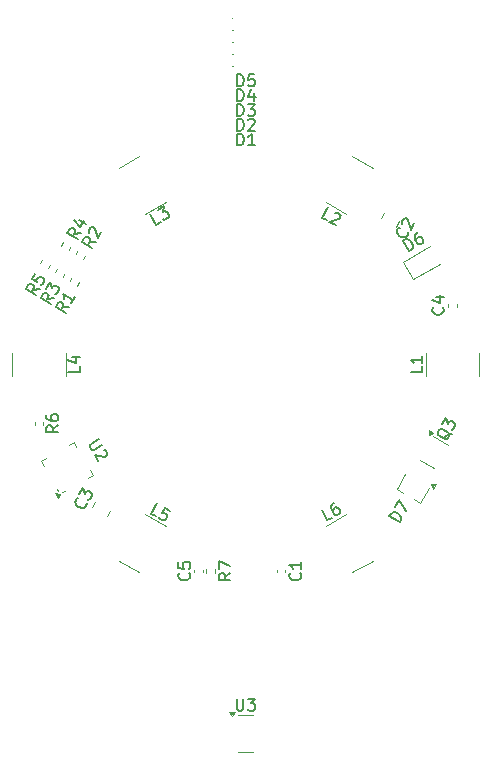
<source format=gbr>
%TF.GenerationSoftware,KiCad,Pcbnew,7.0.10-7.0.10~ubuntu20.04.1*%
%TF.CreationDate,2024-07-01T02:38:11+03:00*%
%TF.ProjectId,Tacho,54616368-6f2e-46b6-9963-61645f706362,rev?*%
%TF.SameCoordinates,Original*%
%TF.FileFunction,Legend,Top*%
%TF.FilePolarity,Positive*%
%FSLAX46Y46*%
G04 Gerber Fmt 4.6, Leading zero omitted, Abs format (unit mm)*
G04 Created by KiCad (PCBNEW 7.0.10-7.0.10~ubuntu20.04.1) date 2024-07-01 02:38:11*
%MOMM*%
%LPD*%
G01*
G04 APERTURE LIST*
%ADD10C,0.150000*%
%ADD11C,0.100000*%
%ADD12C,0.120000*%
G04 APERTURE END LIST*
D10*
X99261905Y-78954819D02*
X99261905Y-77954819D01*
X99261905Y-77954819D02*
X99500000Y-77954819D01*
X99500000Y-77954819D02*
X99642857Y-78002438D01*
X99642857Y-78002438D02*
X99738095Y-78097676D01*
X99738095Y-78097676D02*
X99785714Y-78192914D01*
X99785714Y-78192914D02*
X99833333Y-78383390D01*
X99833333Y-78383390D02*
X99833333Y-78526247D01*
X99833333Y-78526247D02*
X99785714Y-78716723D01*
X99785714Y-78716723D02*
X99738095Y-78811961D01*
X99738095Y-78811961D02*
X99642857Y-78907200D01*
X99642857Y-78907200D02*
X99500000Y-78954819D01*
X99500000Y-78954819D02*
X99261905Y-78954819D01*
X100166667Y-77954819D02*
X100785714Y-77954819D01*
X100785714Y-77954819D02*
X100452381Y-78335771D01*
X100452381Y-78335771D02*
X100595238Y-78335771D01*
X100595238Y-78335771D02*
X100690476Y-78383390D01*
X100690476Y-78383390D02*
X100738095Y-78431009D01*
X100738095Y-78431009D02*
X100785714Y-78526247D01*
X100785714Y-78526247D02*
X100785714Y-78764342D01*
X100785714Y-78764342D02*
X100738095Y-78859580D01*
X100738095Y-78859580D02*
X100690476Y-78907200D01*
X100690476Y-78907200D02*
X100595238Y-78954819D01*
X100595238Y-78954819D02*
X100309524Y-78954819D01*
X100309524Y-78954819D02*
X100214286Y-78907200D01*
X100214286Y-78907200D02*
X100166667Y-78859580D01*
X113818645Y-90410785D02*
X113318645Y-89544759D01*
X113318645Y-89544759D02*
X113524842Y-89425712D01*
X113524842Y-89425712D02*
X113672369Y-89395522D01*
X113672369Y-89395522D02*
X113802467Y-89430382D01*
X113802467Y-89430382D02*
X113891325Y-89489051D01*
X113891325Y-89489051D02*
X114027803Y-89630199D01*
X114027803Y-89630199D02*
X114099231Y-89753917D01*
X114099231Y-89753917D02*
X114153230Y-89942683D01*
X114153230Y-89942683D02*
X114159610Y-90048972D01*
X114159610Y-90048972D02*
X114124750Y-90179069D01*
X114124750Y-90179069D02*
X114024842Y-90291737D01*
X114024842Y-90291737D02*
X113818645Y-90410785D01*
X114555824Y-88830474D02*
X114390867Y-88925712D01*
X114390867Y-88925712D02*
X114332198Y-89014570D01*
X114332198Y-89014570D02*
X114314768Y-89079619D01*
X114314768Y-89079619D02*
X114303718Y-89250956D01*
X114303718Y-89250956D02*
X114357717Y-89439723D01*
X114357717Y-89439723D02*
X114548193Y-89769637D01*
X114548193Y-89769637D02*
X114637052Y-89828306D01*
X114637052Y-89828306D02*
X114702100Y-89845736D01*
X114702100Y-89845736D02*
X114808389Y-89839356D01*
X114808389Y-89839356D02*
X114973346Y-89744118D01*
X114973346Y-89744118D02*
X115032015Y-89655260D01*
X115032015Y-89655260D02*
X115049445Y-89590211D01*
X115049445Y-89590211D02*
X115043065Y-89483923D01*
X115043065Y-89483923D02*
X114924017Y-89277726D01*
X114924017Y-89277726D02*
X114835159Y-89219057D01*
X114835159Y-89219057D02*
X114770110Y-89201627D01*
X114770110Y-89201627D02*
X114663822Y-89208007D01*
X114663822Y-89208007D02*
X114498865Y-89303245D01*
X114498865Y-89303245D02*
X114440196Y-89392104D01*
X114440196Y-89392104D02*
X114422766Y-89457152D01*
X114422766Y-89457152D02*
X114429146Y-89563441D01*
X99261905Y-76454819D02*
X99261905Y-75454819D01*
X99261905Y-75454819D02*
X99500000Y-75454819D01*
X99500000Y-75454819D02*
X99642857Y-75502438D01*
X99642857Y-75502438D02*
X99738095Y-75597676D01*
X99738095Y-75597676D02*
X99785714Y-75692914D01*
X99785714Y-75692914D02*
X99833333Y-75883390D01*
X99833333Y-75883390D02*
X99833333Y-76026247D01*
X99833333Y-76026247D02*
X99785714Y-76216723D01*
X99785714Y-76216723D02*
X99738095Y-76311961D01*
X99738095Y-76311961D02*
X99642857Y-76407200D01*
X99642857Y-76407200D02*
X99500000Y-76454819D01*
X99500000Y-76454819D02*
X99261905Y-76454819D01*
X100738095Y-75454819D02*
X100261905Y-75454819D01*
X100261905Y-75454819D02*
X100214286Y-75931009D01*
X100214286Y-75931009D02*
X100261905Y-75883390D01*
X100261905Y-75883390D02*
X100357143Y-75835771D01*
X100357143Y-75835771D02*
X100595238Y-75835771D01*
X100595238Y-75835771D02*
X100690476Y-75883390D01*
X100690476Y-75883390D02*
X100738095Y-75931009D01*
X100738095Y-75931009D02*
X100785714Y-76026247D01*
X100785714Y-76026247D02*
X100785714Y-76264342D01*
X100785714Y-76264342D02*
X100738095Y-76359580D01*
X100738095Y-76359580D02*
X100690476Y-76407200D01*
X100690476Y-76407200D02*
X100595238Y-76454819D01*
X100595238Y-76454819D02*
X100357143Y-76454819D01*
X100357143Y-76454819D02*
X100261905Y-76407200D01*
X100261905Y-76407200D02*
X100214286Y-76359580D01*
X99261905Y-77704819D02*
X99261905Y-76704819D01*
X99261905Y-76704819D02*
X99500000Y-76704819D01*
X99500000Y-76704819D02*
X99642857Y-76752438D01*
X99642857Y-76752438D02*
X99738095Y-76847676D01*
X99738095Y-76847676D02*
X99785714Y-76942914D01*
X99785714Y-76942914D02*
X99833333Y-77133390D01*
X99833333Y-77133390D02*
X99833333Y-77276247D01*
X99833333Y-77276247D02*
X99785714Y-77466723D01*
X99785714Y-77466723D02*
X99738095Y-77561961D01*
X99738095Y-77561961D02*
X99642857Y-77657200D01*
X99642857Y-77657200D02*
X99500000Y-77704819D01*
X99500000Y-77704819D02*
X99261905Y-77704819D01*
X100690476Y-77038152D02*
X100690476Y-77704819D01*
X100452381Y-76657200D02*
X100214286Y-77371485D01*
X100214286Y-77371485D02*
X100833333Y-77371485D01*
X113728073Y-88824127D02*
X113745502Y-88889176D01*
X113745502Y-88889176D02*
X113715313Y-89036703D01*
X113715313Y-89036703D02*
X113667694Y-89119182D01*
X113667694Y-89119182D02*
X113555026Y-89219090D01*
X113555026Y-89219090D02*
X113424929Y-89253950D01*
X113424929Y-89253950D02*
X113318640Y-89247570D01*
X113318640Y-89247570D02*
X113129874Y-89193571D01*
X113129874Y-89193571D02*
X113006156Y-89122143D01*
X113006156Y-89122143D02*
X112865008Y-88985665D01*
X112865008Y-88985665D02*
X112806339Y-88896807D01*
X112806339Y-88896807D02*
X112771479Y-88766709D01*
X112771479Y-88766709D02*
X112801669Y-88619182D01*
X112801669Y-88619182D02*
X112849288Y-88536703D01*
X112849288Y-88536703D02*
X112961956Y-88436795D01*
X112961956Y-88436795D02*
X113027004Y-88419365D01*
X113217481Y-88089451D02*
X113200051Y-88024402D01*
X113200051Y-88024402D02*
X113206431Y-87918114D01*
X113206431Y-87918114D02*
X113325478Y-87711917D01*
X113325478Y-87711917D02*
X113414337Y-87653248D01*
X113414337Y-87653248D02*
X113479385Y-87635818D01*
X113479385Y-87635818D02*
X113585674Y-87642198D01*
X113585674Y-87642198D02*
X113668152Y-87689817D01*
X113668152Y-87689817D02*
X113768061Y-87802485D01*
X113768061Y-87802485D02*
X113977218Y-88583071D01*
X113977218Y-88583071D02*
X114286742Y-88046960D01*
X86060551Y-88871746D02*
X85481492Y-88922326D01*
X85774837Y-89366618D02*
X84908812Y-88866618D01*
X84908812Y-88866618D02*
X85099288Y-88536703D01*
X85099288Y-88536703D02*
X85188146Y-88478034D01*
X85188146Y-88478034D02*
X85253195Y-88460605D01*
X85253195Y-88460605D02*
X85359483Y-88466984D01*
X85359483Y-88466984D02*
X85483201Y-88538413D01*
X85483201Y-88538413D02*
X85541870Y-88627271D01*
X85541870Y-88627271D02*
X85559300Y-88692320D01*
X85559300Y-88692320D02*
X85552920Y-88798608D01*
X85552920Y-88798608D02*
X85362444Y-89128523D01*
X85911772Y-87796105D02*
X86489123Y-88129439D01*
X85462810Y-87811826D02*
X85962352Y-88375165D01*
X85962352Y-88375165D02*
X86271876Y-87839054D01*
X87591188Y-106317580D02*
X86890119Y-106722342D01*
X86890119Y-106722342D02*
X86831450Y-106811200D01*
X86831450Y-106811200D02*
X86814021Y-106876249D01*
X86814021Y-106876249D02*
X86820400Y-106982537D01*
X86820400Y-106982537D02*
X86915638Y-107147495D01*
X86915638Y-107147495D02*
X87004497Y-107206164D01*
X87004497Y-107206164D02*
X87069546Y-107223593D01*
X87069546Y-107223593D02*
X87175834Y-107217214D01*
X87175834Y-107217214D02*
X87876902Y-106812452D01*
X88008709Y-107231225D02*
X88073758Y-107248654D01*
X88073758Y-107248654D02*
X88162616Y-107307323D01*
X88162616Y-107307323D02*
X88281664Y-107513520D01*
X88281664Y-107513520D02*
X88288044Y-107619808D01*
X88288044Y-107619808D02*
X88270614Y-107684857D01*
X88270614Y-107684857D02*
X88211945Y-107773715D01*
X88211945Y-107773715D02*
X88129466Y-107821334D01*
X88129466Y-107821334D02*
X87981939Y-107851524D01*
X87981939Y-107851524D02*
X87201353Y-107642366D01*
X87201353Y-107642366D02*
X87510877Y-108178477D01*
X98704819Y-117666666D02*
X98228628Y-117999999D01*
X98704819Y-118238094D02*
X97704819Y-118238094D01*
X97704819Y-118238094D02*
X97704819Y-117857142D01*
X97704819Y-117857142D02*
X97752438Y-117761904D01*
X97752438Y-117761904D02*
X97800057Y-117714285D01*
X97800057Y-117714285D02*
X97895295Y-117666666D01*
X97895295Y-117666666D02*
X98038152Y-117666666D01*
X98038152Y-117666666D02*
X98133390Y-117714285D01*
X98133390Y-117714285D02*
X98181009Y-117761904D01*
X98181009Y-117761904D02*
X98228628Y-117857142D01*
X98228628Y-117857142D02*
X98228628Y-118238094D01*
X97704819Y-117333332D02*
X97704819Y-116666666D01*
X97704819Y-116666666D02*
X98704819Y-117095237D01*
X85954819Y-100166666D02*
X85954819Y-100642856D01*
X85954819Y-100642856D02*
X84954819Y-100642856D01*
X85288152Y-99404761D02*
X85954819Y-99404761D01*
X84907200Y-99642856D02*
X85621485Y-99880951D01*
X85621485Y-99880951D02*
X85621485Y-99261904D01*
X114954819Y-100166666D02*
X114954819Y-100642856D01*
X114954819Y-100642856D02*
X113954819Y-100642856D01*
X114954819Y-99309523D02*
X114954819Y-99880951D01*
X114954819Y-99595237D02*
X113954819Y-99595237D01*
X113954819Y-99595237D02*
X114097676Y-99690475D01*
X114097676Y-99690475D02*
X114192914Y-99785713D01*
X114192914Y-99785713D02*
X114240533Y-99880951D01*
X106878253Y-87810551D02*
X106465860Y-87572456D01*
X106465860Y-87572456D02*
X106965860Y-86706431D01*
X107578070Y-87169862D02*
X107643119Y-87152432D01*
X107643119Y-87152432D02*
X107749407Y-87158812D01*
X107749407Y-87158812D02*
X107955603Y-87277859D01*
X107955603Y-87277859D02*
X108014272Y-87366718D01*
X108014272Y-87366718D02*
X108031702Y-87431766D01*
X108031702Y-87431766D02*
X108025322Y-87538055D01*
X108025322Y-87538055D02*
X107977703Y-87620533D01*
X107977703Y-87620533D02*
X107865035Y-87720442D01*
X107865035Y-87720442D02*
X107084449Y-87929599D01*
X107084449Y-87929599D02*
X107620560Y-88239123D01*
X104609580Y-117666666D02*
X104657200Y-117714285D01*
X104657200Y-117714285D02*
X104704819Y-117857142D01*
X104704819Y-117857142D02*
X104704819Y-117952380D01*
X104704819Y-117952380D02*
X104657200Y-118095237D01*
X104657200Y-118095237D02*
X104561961Y-118190475D01*
X104561961Y-118190475D02*
X104466723Y-118238094D01*
X104466723Y-118238094D02*
X104276247Y-118285713D01*
X104276247Y-118285713D02*
X104133390Y-118285713D01*
X104133390Y-118285713D02*
X103942914Y-118238094D01*
X103942914Y-118238094D02*
X103847676Y-118190475D01*
X103847676Y-118190475D02*
X103752438Y-118095237D01*
X103752438Y-118095237D02*
X103704819Y-117952380D01*
X103704819Y-117952380D02*
X103704819Y-117857142D01*
X103704819Y-117857142D02*
X103752438Y-117714285D01*
X103752438Y-117714285D02*
X103800057Y-117666666D01*
X104704819Y-116714285D02*
X104704819Y-117285713D01*
X104704819Y-116999999D02*
X103704819Y-116999999D01*
X103704819Y-116999999D02*
X103847676Y-117095237D01*
X103847676Y-117095237D02*
X103942914Y-117190475D01*
X103942914Y-117190475D02*
X103990533Y-117285713D01*
X84124819Y-105166666D02*
X83648628Y-105499999D01*
X84124819Y-105738094D02*
X83124819Y-105738094D01*
X83124819Y-105738094D02*
X83124819Y-105357142D01*
X83124819Y-105357142D02*
X83172438Y-105261904D01*
X83172438Y-105261904D02*
X83220057Y-105214285D01*
X83220057Y-105214285D02*
X83315295Y-105166666D01*
X83315295Y-105166666D02*
X83458152Y-105166666D01*
X83458152Y-105166666D02*
X83553390Y-105214285D01*
X83553390Y-105214285D02*
X83601009Y-105261904D01*
X83601009Y-105261904D02*
X83648628Y-105357142D01*
X83648628Y-105357142D02*
X83648628Y-105738094D01*
X83124819Y-104309523D02*
X83124819Y-104499999D01*
X83124819Y-104499999D02*
X83172438Y-104595237D01*
X83172438Y-104595237D02*
X83220057Y-104642856D01*
X83220057Y-104642856D02*
X83362914Y-104738094D01*
X83362914Y-104738094D02*
X83553390Y-104785713D01*
X83553390Y-104785713D02*
X83934342Y-104785713D01*
X83934342Y-104785713D02*
X84029580Y-104738094D01*
X84029580Y-104738094D02*
X84077200Y-104690475D01*
X84077200Y-104690475D02*
X84124819Y-104595237D01*
X84124819Y-104595237D02*
X84124819Y-104404761D01*
X84124819Y-104404761D02*
X84077200Y-104309523D01*
X84077200Y-104309523D02*
X84029580Y-104261904D01*
X84029580Y-104261904D02*
X83934342Y-104214285D01*
X83934342Y-104214285D02*
X83696247Y-104214285D01*
X83696247Y-104214285D02*
X83601009Y-104261904D01*
X83601009Y-104261904D02*
X83553390Y-104309523D01*
X83553390Y-104309523D02*
X83505771Y-104404761D01*
X83505771Y-104404761D02*
X83505771Y-104595237D01*
X83505771Y-104595237D02*
X83553390Y-104690475D01*
X83553390Y-104690475D02*
X83601009Y-104738094D01*
X83601009Y-104738094D02*
X83696247Y-104785713D01*
X82560551Y-93621746D02*
X81981492Y-93672326D01*
X82274837Y-94116618D02*
X81408812Y-93616618D01*
X81408812Y-93616618D02*
X81599288Y-93286703D01*
X81599288Y-93286703D02*
X81688146Y-93228034D01*
X81688146Y-93228034D02*
X81753195Y-93210605D01*
X81753195Y-93210605D02*
X81859483Y-93216984D01*
X81859483Y-93216984D02*
X81983201Y-93288413D01*
X81983201Y-93288413D02*
X82041870Y-93377271D01*
X82041870Y-93377271D02*
X82059300Y-93442320D01*
X82059300Y-93442320D02*
X82052920Y-93548608D01*
X82052920Y-93548608D02*
X81862444Y-93878523D01*
X82146907Y-92338199D02*
X81908812Y-92750592D01*
X81908812Y-92750592D02*
X82297395Y-93029927D01*
X82297395Y-93029927D02*
X82279965Y-92964878D01*
X82279965Y-92964878D02*
X82286345Y-92858590D01*
X82286345Y-92858590D02*
X82405393Y-92652393D01*
X82405393Y-92652393D02*
X82494251Y-92593724D01*
X82494251Y-92593724D02*
X82559300Y-92576295D01*
X82559300Y-92576295D02*
X82665588Y-92582674D01*
X82665588Y-92582674D02*
X82871785Y-92701722D01*
X82871785Y-92701722D02*
X82930454Y-92790580D01*
X82930454Y-92790580D02*
X82947883Y-92855629D01*
X82947883Y-92855629D02*
X82941504Y-92961917D01*
X82941504Y-92961917D02*
X82822456Y-93168114D01*
X82822456Y-93168114D02*
X82733598Y-93226783D01*
X82733598Y-93226783D02*
X82668549Y-93244213D01*
X107333072Y-112977217D02*
X106920679Y-113215313D01*
X106920679Y-113215313D02*
X106420679Y-112349287D01*
X107492901Y-111730240D02*
X107327944Y-111825478D01*
X107327944Y-111825478D02*
X107269275Y-111914336D01*
X107269275Y-111914336D02*
X107251845Y-111979385D01*
X107251845Y-111979385D02*
X107240795Y-112150722D01*
X107240795Y-112150722D02*
X107294793Y-112339489D01*
X107294793Y-112339489D02*
X107485270Y-112669403D01*
X107485270Y-112669403D02*
X107574128Y-112728072D01*
X107574128Y-112728072D02*
X107639177Y-112745502D01*
X107639177Y-112745502D02*
X107745465Y-112739122D01*
X107745465Y-112739122D02*
X107910422Y-112643884D01*
X107910422Y-112643884D02*
X107969091Y-112555026D01*
X107969091Y-112555026D02*
X107986521Y-112489977D01*
X107986521Y-112489977D02*
X107980141Y-112383689D01*
X107980141Y-112383689D02*
X107861094Y-112177492D01*
X107861094Y-112177492D02*
X107772235Y-112118823D01*
X107772235Y-112118823D02*
X107707187Y-112101393D01*
X107707187Y-112101393D02*
X107600898Y-112107773D01*
X107600898Y-112107773D02*
X107435941Y-112203011D01*
X107435941Y-112203011D02*
X107377272Y-112291870D01*
X107377272Y-112291870D02*
X107359842Y-112356918D01*
X107359842Y-112356918D02*
X107366222Y-112463207D01*
X95199580Y-117666666D02*
X95247200Y-117714285D01*
X95247200Y-117714285D02*
X95294819Y-117857142D01*
X95294819Y-117857142D02*
X95294819Y-117952380D01*
X95294819Y-117952380D02*
X95247200Y-118095237D01*
X95247200Y-118095237D02*
X95151961Y-118190475D01*
X95151961Y-118190475D02*
X95056723Y-118238094D01*
X95056723Y-118238094D02*
X94866247Y-118285713D01*
X94866247Y-118285713D02*
X94723390Y-118285713D01*
X94723390Y-118285713D02*
X94532914Y-118238094D01*
X94532914Y-118238094D02*
X94437676Y-118190475D01*
X94437676Y-118190475D02*
X94342438Y-118095237D01*
X94342438Y-118095237D02*
X94294819Y-117952380D01*
X94294819Y-117952380D02*
X94294819Y-117857142D01*
X94294819Y-117857142D02*
X94342438Y-117714285D01*
X94342438Y-117714285D02*
X94390057Y-117666666D01*
X94294819Y-116761904D02*
X94294819Y-117238094D01*
X94294819Y-117238094D02*
X94771009Y-117285713D01*
X94771009Y-117285713D02*
X94723390Y-117238094D01*
X94723390Y-117238094D02*
X94675771Y-117142856D01*
X94675771Y-117142856D02*
X94675771Y-116904761D01*
X94675771Y-116904761D02*
X94723390Y-116809523D01*
X94723390Y-116809523D02*
X94771009Y-116761904D01*
X94771009Y-116761904D02*
X94866247Y-116714285D01*
X94866247Y-116714285D02*
X95104342Y-116714285D01*
X95104342Y-116714285D02*
X95199580Y-116761904D01*
X95199580Y-116761904D02*
X95247200Y-116809523D01*
X95247200Y-116809523D02*
X95294819Y-116904761D01*
X95294819Y-116904761D02*
X95294819Y-117142856D01*
X95294819Y-117142856D02*
X95247200Y-117238094D01*
X95247200Y-117238094D02*
X95199580Y-117285713D01*
X99238095Y-128304819D02*
X99238095Y-129114342D01*
X99238095Y-129114342D02*
X99285714Y-129209580D01*
X99285714Y-129209580D02*
X99333333Y-129257200D01*
X99333333Y-129257200D02*
X99428571Y-129304819D01*
X99428571Y-129304819D02*
X99619047Y-129304819D01*
X99619047Y-129304819D02*
X99714285Y-129257200D01*
X99714285Y-129257200D02*
X99761904Y-129209580D01*
X99761904Y-129209580D02*
X99809523Y-129114342D01*
X99809523Y-129114342D02*
X99809523Y-128304819D01*
X100190476Y-128304819D02*
X100809523Y-128304819D01*
X100809523Y-128304819D02*
X100476190Y-128685771D01*
X100476190Y-128685771D02*
X100619047Y-128685771D01*
X100619047Y-128685771D02*
X100714285Y-128733390D01*
X100714285Y-128733390D02*
X100761904Y-128781009D01*
X100761904Y-128781009D02*
X100809523Y-128876247D01*
X100809523Y-128876247D02*
X100809523Y-129114342D01*
X100809523Y-129114342D02*
X100761904Y-129209580D01*
X100761904Y-129209580D02*
X100714285Y-129257200D01*
X100714285Y-129257200D02*
X100619047Y-129304819D01*
X100619047Y-129304819D02*
X100333333Y-129304819D01*
X100333333Y-129304819D02*
X100238095Y-129257200D01*
X100238095Y-129257200D02*
X100190476Y-129209580D01*
X116699580Y-95166666D02*
X116747200Y-95214285D01*
X116747200Y-95214285D02*
X116794819Y-95357142D01*
X116794819Y-95357142D02*
X116794819Y-95452380D01*
X116794819Y-95452380D02*
X116747200Y-95595237D01*
X116747200Y-95595237D02*
X116651961Y-95690475D01*
X116651961Y-95690475D02*
X116556723Y-95738094D01*
X116556723Y-95738094D02*
X116366247Y-95785713D01*
X116366247Y-95785713D02*
X116223390Y-95785713D01*
X116223390Y-95785713D02*
X116032914Y-95738094D01*
X116032914Y-95738094D02*
X115937676Y-95690475D01*
X115937676Y-95690475D02*
X115842438Y-95595237D01*
X115842438Y-95595237D02*
X115794819Y-95452380D01*
X115794819Y-95452380D02*
X115794819Y-95357142D01*
X115794819Y-95357142D02*
X115842438Y-95214285D01*
X115842438Y-95214285D02*
X115890057Y-95166666D01*
X116128152Y-94309523D02*
X116794819Y-94309523D01*
X115747200Y-94547618D02*
X116461485Y-94785713D01*
X116461485Y-94785713D02*
X116461485Y-94166666D01*
X99261905Y-80204819D02*
X99261905Y-79204819D01*
X99261905Y-79204819D02*
X99500000Y-79204819D01*
X99500000Y-79204819D02*
X99642857Y-79252438D01*
X99642857Y-79252438D02*
X99738095Y-79347676D01*
X99738095Y-79347676D02*
X99785714Y-79442914D01*
X99785714Y-79442914D02*
X99833333Y-79633390D01*
X99833333Y-79633390D02*
X99833333Y-79776247D01*
X99833333Y-79776247D02*
X99785714Y-79966723D01*
X99785714Y-79966723D02*
X99738095Y-80061961D01*
X99738095Y-80061961D02*
X99642857Y-80157200D01*
X99642857Y-80157200D02*
X99500000Y-80204819D01*
X99500000Y-80204819D02*
X99261905Y-80204819D01*
X100214286Y-79300057D02*
X100261905Y-79252438D01*
X100261905Y-79252438D02*
X100357143Y-79204819D01*
X100357143Y-79204819D02*
X100595238Y-79204819D01*
X100595238Y-79204819D02*
X100690476Y-79252438D01*
X100690476Y-79252438D02*
X100738095Y-79300057D01*
X100738095Y-79300057D02*
X100785714Y-79395295D01*
X100785714Y-79395295D02*
X100785714Y-79490533D01*
X100785714Y-79490533D02*
X100738095Y-79633390D01*
X100738095Y-79633390D02*
X100166667Y-80204819D01*
X100166667Y-80204819D02*
X100785714Y-80204819D01*
X92378253Y-112867920D02*
X91965860Y-112629825D01*
X91965860Y-112629825D02*
X92465860Y-111763800D01*
X93579321Y-112406657D02*
X93166928Y-112168562D01*
X93166928Y-112168562D02*
X92887593Y-112557145D01*
X92887593Y-112557145D02*
X92952642Y-112539715D01*
X92952642Y-112539715D02*
X93058930Y-112546095D01*
X93058930Y-112546095D02*
X93265127Y-112665143D01*
X93265127Y-112665143D02*
X93323796Y-112754001D01*
X93323796Y-112754001D02*
X93341226Y-112819050D01*
X93341226Y-112819050D02*
X93334846Y-112925338D01*
X93334846Y-112925338D02*
X93215798Y-113131535D01*
X93215798Y-113131535D02*
X93126940Y-113190204D01*
X93126940Y-113190204D02*
X93061891Y-113207633D01*
X93061891Y-113207633D02*
X92955603Y-113201254D01*
X92955603Y-113201254D02*
X92749407Y-113082206D01*
X92749407Y-113082206D02*
X92690738Y-112993348D01*
X92690738Y-112993348D02*
X92673308Y-112928299D01*
X117459189Y-105859912D02*
X117370331Y-105918581D01*
X117370331Y-105918581D02*
X117240233Y-105953440D01*
X117240233Y-105953440D02*
X117045086Y-106005730D01*
X117045086Y-106005730D02*
X116956228Y-106064399D01*
X116956228Y-106064399D02*
X116908609Y-106146877D01*
X117138615Y-106224686D02*
X117049757Y-106283355D01*
X117049757Y-106283355D02*
X116919659Y-106318214D01*
X116919659Y-106318214D02*
X116730892Y-106264216D01*
X116730892Y-106264216D02*
X116442217Y-106097549D01*
X116442217Y-106097549D02*
X116301069Y-105961071D01*
X116301069Y-105961071D02*
X116266210Y-105830974D01*
X116266210Y-105830974D02*
X116272590Y-105724686D01*
X116272590Y-105724686D02*
X116367828Y-105559728D01*
X116367828Y-105559728D02*
X116456686Y-105501059D01*
X116456686Y-105501059D02*
X116586784Y-105466200D01*
X116586784Y-105466200D02*
X116775551Y-105520199D01*
X116775551Y-105520199D02*
X117064226Y-105686865D01*
X117064226Y-105686865D02*
X117205373Y-105823343D01*
X117205373Y-105823343D02*
X117240233Y-105953440D01*
X117240233Y-105953440D02*
X117233853Y-106059728D01*
X117233853Y-106059728D02*
X117138615Y-106224686D01*
X116653542Y-105064857D02*
X116963066Y-104528746D01*
X116963066Y-104528746D02*
X117126314Y-105007897D01*
X117126314Y-105007897D02*
X117197742Y-104884179D01*
X117197742Y-104884179D02*
X117286601Y-104825510D01*
X117286601Y-104825510D02*
X117351649Y-104808080D01*
X117351649Y-104808080D02*
X117457937Y-104814460D01*
X117457937Y-104814460D02*
X117664134Y-104933508D01*
X117664134Y-104933508D02*
X117722803Y-105022366D01*
X117722803Y-105022366D02*
X117740233Y-105087415D01*
X117740233Y-105087415D02*
X117733853Y-105193703D01*
X117733853Y-105193703D02*
X117590996Y-105441139D01*
X117590996Y-105441139D02*
X117502138Y-105499808D01*
X117502138Y-105499808D02*
X117437089Y-105517238D01*
X87310551Y-89621746D02*
X86731492Y-89672326D01*
X87024837Y-90116618D02*
X86158812Y-89616618D01*
X86158812Y-89616618D02*
X86349288Y-89286703D01*
X86349288Y-89286703D02*
X86438146Y-89228034D01*
X86438146Y-89228034D02*
X86503195Y-89210605D01*
X86503195Y-89210605D02*
X86609483Y-89216984D01*
X86609483Y-89216984D02*
X86733201Y-89288413D01*
X86733201Y-89288413D02*
X86791870Y-89377271D01*
X86791870Y-89377271D02*
X86809300Y-89442320D01*
X86809300Y-89442320D02*
X86802920Y-89548608D01*
X86802920Y-89548608D02*
X86612444Y-89878523D01*
X86717481Y-88839451D02*
X86700051Y-88774402D01*
X86700051Y-88774402D02*
X86706431Y-88668114D01*
X86706431Y-88668114D02*
X86825478Y-88461917D01*
X86825478Y-88461917D02*
X86914337Y-88403248D01*
X86914337Y-88403248D02*
X86979385Y-88385818D01*
X86979385Y-88385818D02*
X87085674Y-88392198D01*
X87085674Y-88392198D02*
X87168152Y-88439817D01*
X87168152Y-88439817D02*
X87268061Y-88552485D01*
X87268061Y-88552485D02*
X87477218Y-89333071D01*
X87477218Y-89333071D02*
X87786742Y-88796960D01*
X92833072Y-87919848D02*
X92420679Y-88157944D01*
X92420679Y-88157944D02*
X91920679Y-87291918D01*
X92539268Y-86934775D02*
X93075379Y-86625252D01*
X93075379Y-86625252D02*
X92977180Y-87121833D01*
X92977180Y-87121833D02*
X93100898Y-87050404D01*
X93100898Y-87050404D02*
X93207187Y-87044024D01*
X93207187Y-87044024D02*
X93272235Y-87061454D01*
X93272235Y-87061454D02*
X93361094Y-87120123D01*
X93361094Y-87120123D02*
X93480141Y-87326320D01*
X93480141Y-87326320D02*
X93486521Y-87432608D01*
X93486521Y-87432608D02*
X93469091Y-87497657D01*
X93469091Y-87497657D02*
X93410422Y-87586515D01*
X93410422Y-87586515D02*
X93162986Y-87729372D01*
X93162986Y-87729372D02*
X93056698Y-87735752D01*
X93056698Y-87735752D02*
X92991649Y-87718322D01*
X99261905Y-81454819D02*
X99261905Y-80454819D01*
X99261905Y-80454819D02*
X99500000Y-80454819D01*
X99500000Y-80454819D02*
X99642857Y-80502438D01*
X99642857Y-80502438D02*
X99738095Y-80597676D01*
X99738095Y-80597676D02*
X99785714Y-80692914D01*
X99785714Y-80692914D02*
X99833333Y-80883390D01*
X99833333Y-80883390D02*
X99833333Y-81026247D01*
X99833333Y-81026247D02*
X99785714Y-81216723D01*
X99785714Y-81216723D02*
X99738095Y-81311961D01*
X99738095Y-81311961D02*
X99642857Y-81407200D01*
X99642857Y-81407200D02*
X99500000Y-81454819D01*
X99500000Y-81454819D02*
X99261905Y-81454819D01*
X100785714Y-81454819D02*
X100214286Y-81454819D01*
X100500000Y-81454819D02*
X100500000Y-80454819D01*
X100500000Y-80454819D02*
X100404762Y-80597676D01*
X100404762Y-80597676D02*
X100309524Y-80692914D01*
X100309524Y-80692914D02*
X100214286Y-80740533D01*
X83810551Y-94371746D02*
X83231492Y-94422326D01*
X83524837Y-94866618D02*
X82658812Y-94366618D01*
X82658812Y-94366618D02*
X82849288Y-94036703D01*
X82849288Y-94036703D02*
X82938146Y-93978034D01*
X82938146Y-93978034D02*
X83003195Y-93960605D01*
X83003195Y-93960605D02*
X83109483Y-93966984D01*
X83109483Y-93966984D02*
X83233201Y-94038413D01*
X83233201Y-94038413D02*
X83291870Y-94127271D01*
X83291870Y-94127271D02*
X83309300Y-94192320D01*
X83309300Y-94192320D02*
X83302920Y-94298608D01*
X83302920Y-94298608D02*
X83112444Y-94628523D01*
X83111193Y-93583071D02*
X83420716Y-93046960D01*
X83420716Y-93046960D02*
X83583964Y-93526111D01*
X83583964Y-93526111D02*
X83655393Y-93402393D01*
X83655393Y-93402393D02*
X83744251Y-93343724D01*
X83744251Y-93343724D02*
X83809300Y-93326295D01*
X83809300Y-93326295D02*
X83915588Y-93332674D01*
X83915588Y-93332674D02*
X84121785Y-93451722D01*
X84121785Y-93451722D02*
X84180454Y-93540580D01*
X84180454Y-93540580D02*
X84197883Y-93605629D01*
X84197883Y-93605629D02*
X84191504Y-93711917D01*
X84191504Y-93711917D02*
X84048646Y-93959353D01*
X84048646Y-93959353D02*
X83959788Y-94018022D01*
X83959788Y-94018022D02*
X83894739Y-94035452D01*
X86523150Y-111734127D02*
X86540579Y-111799176D01*
X86540579Y-111799176D02*
X86510390Y-111946703D01*
X86510390Y-111946703D02*
X86462771Y-112029182D01*
X86462771Y-112029182D02*
X86350103Y-112129090D01*
X86350103Y-112129090D02*
X86220006Y-112163950D01*
X86220006Y-112163950D02*
X86113717Y-112157570D01*
X86113717Y-112157570D02*
X85924951Y-112103571D01*
X85924951Y-112103571D02*
X85801233Y-112032143D01*
X85801233Y-112032143D02*
X85660085Y-111895665D01*
X85660085Y-111895665D02*
X85601416Y-111806807D01*
X85601416Y-111806807D02*
X85566556Y-111676709D01*
X85566556Y-111676709D02*
X85596746Y-111529182D01*
X85596746Y-111529182D02*
X85644365Y-111446703D01*
X85644365Y-111446703D02*
X85757033Y-111346795D01*
X85757033Y-111346795D02*
X85822081Y-111329365D01*
X85906270Y-110993071D02*
X86215793Y-110456960D01*
X86215793Y-110456960D02*
X86379041Y-110936111D01*
X86379041Y-110936111D02*
X86450470Y-110812393D01*
X86450470Y-110812393D02*
X86539328Y-110753724D01*
X86539328Y-110753724D02*
X86604377Y-110736295D01*
X86604377Y-110736295D02*
X86710665Y-110742674D01*
X86710665Y-110742674D02*
X86916862Y-110861722D01*
X86916862Y-110861722D02*
X86975531Y-110950580D01*
X86975531Y-110950580D02*
X86992960Y-111015629D01*
X86992960Y-111015629D02*
X86986581Y-111121917D01*
X86986581Y-111121917D02*
X86843723Y-111369353D01*
X86843723Y-111369353D02*
X86754865Y-111428022D01*
X86754865Y-111428022D02*
X86689816Y-111445452D01*
X113024837Y-113366618D02*
X112158812Y-112866618D01*
X112158812Y-112866618D02*
X112277859Y-112660421D01*
X112277859Y-112660421D02*
X112390527Y-112560513D01*
X112390527Y-112560513D02*
X112520625Y-112525653D01*
X112520625Y-112525653D02*
X112626913Y-112532033D01*
X112626913Y-112532033D02*
X112815680Y-112586032D01*
X112815680Y-112586032D02*
X112939398Y-112657460D01*
X112939398Y-112657460D02*
X113080545Y-112793938D01*
X113080545Y-112793938D02*
X113139214Y-112882796D01*
X113139214Y-112882796D02*
X113174074Y-113012894D01*
X113174074Y-113012894D02*
X113143885Y-113160421D01*
X113143885Y-113160421D02*
X113024837Y-113366618D01*
X112611193Y-112083071D02*
X112944526Y-111505721D01*
X112944526Y-111505721D02*
X113596266Y-112376875D01*
X85060551Y-95121746D02*
X84481492Y-95172326D01*
X84774837Y-95616618D02*
X83908812Y-95116618D01*
X83908812Y-95116618D02*
X84099288Y-94786703D01*
X84099288Y-94786703D02*
X84188146Y-94728034D01*
X84188146Y-94728034D02*
X84253195Y-94710605D01*
X84253195Y-94710605D02*
X84359483Y-94716984D01*
X84359483Y-94716984D02*
X84483201Y-94788413D01*
X84483201Y-94788413D02*
X84541870Y-94877271D01*
X84541870Y-94877271D02*
X84559300Y-94942320D01*
X84559300Y-94942320D02*
X84552920Y-95048608D01*
X84552920Y-95048608D02*
X84362444Y-95378523D01*
X85536742Y-94296960D02*
X85251027Y-94791832D01*
X85393885Y-94544396D02*
X84527859Y-94044396D01*
X84527859Y-94044396D02*
X84603958Y-94198303D01*
X84603958Y-94198303D02*
X84638818Y-94328401D01*
X84638818Y-94328401D02*
X84632438Y-94434689D01*
D11*
%TO.C,D3*%
X98960000Y-72750000D02*
G75*
G03*
X98860000Y-72750000I-50000J0D01*
G01*
X98860000Y-72750000D02*
G75*
G03*
X98960000Y-72750000I50000J0D01*
G01*
D12*
%TO.C,D6*%
X114186144Y-92791122D02*
X116489772Y-91461122D01*
X113336144Y-91318878D02*
X115639772Y-89988878D01*
X113336144Y-91318878D02*
X114186144Y-92791122D01*
D11*
%TO.C,D5*%
X98960000Y-70750000D02*
G75*
G03*
X98860000Y-70750000I-50000J0D01*
G01*
X98860000Y-70750000D02*
G75*
G03*
X98960000Y-70750000I50000J0D01*
G01*
%TO.C,D4*%
X98960000Y-71750000D02*
G75*
G03*
X98860000Y-71750000I-50000J0D01*
G01*
X98860000Y-71750000D02*
G75*
G03*
X98960000Y-71750000I50000J0D01*
G01*
D12*
%TO.C,C2*%
X112755903Y-88343751D02*
X113017155Y-87891249D01*
X111482845Y-87608751D02*
X111744097Y-87156249D01*
%TO.C,R4*%
X85002269Y-90323057D02*
X85155910Y-90056943D01*
X84344090Y-89943057D02*
X84497731Y-89676943D01*
%TO.C,U2*%
X84666616Y-110711801D02*
X84463100Y-110829301D01*
X87043856Y-109339301D02*
X86632494Y-109576801D01*
X84017754Y-110537939D02*
X84105254Y-110689493D01*
X86806356Y-108927939D02*
X87043856Y-109339301D01*
X82882754Y-108572061D02*
X82645254Y-108160699D01*
X85671356Y-106962061D02*
X85433856Y-106550699D01*
X82645254Y-108160699D02*
X83056616Y-107923199D01*
X85433856Y-106550699D02*
X85022494Y-106788199D01*
X84255254Y-110949301D02*
X84089466Y-111322147D01*
X83849466Y-110906455D01*
X84255254Y-110949301D01*
G36*
X84255254Y-110949301D02*
G01*
X84089466Y-111322147D01*
X83849466Y-110906455D01*
X84255254Y-110949301D01*
G37*
%TO.C,R7*%
X97380000Y-117653641D02*
X97380000Y-117346359D01*
X96620000Y-117653641D02*
X96620000Y-117346359D01*
%TO.C,L4*%
X80250000Y-101000000D02*
X80250000Y-99000000D01*
X84750000Y-101000000D02*
X84750000Y-99000000D01*
%TO.C,L1*%
X115250000Y-101000000D02*
X115250000Y-99000000D01*
X119750000Y-101000000D02*
X119750000Y-99000000D01*
%TO.C,L2*%
X106758975Y-86293112D02*
X108491025Y-87293112D01*
X109008975Y-82395998D02*
X110741025Y-83395998D01*
%TO.C,C1*%
X103360000Y-117384165D02*
X103360000Y-117615835D01*
X102640000Y-117384165D02*
X102640000Y-117615835D01*
%TO.C,R6*%
X82880000Y-104846359D02*
X82880000Y-105153641D01*
X82120000Y-104846359D02*
X82120000Y-105153641D01*
%TO.C,R5*%
X82594090Y-91443057D02*
X82747731Y-91176943D01*
X83252269Y-91823057D02*
X83405910Y-91556943D01*
%TO.C,L6*%
X110741025Y-116604002D02*
X109008975Y-117604002D01*
X108491025Y-112706888D02*
X106758975Y-113706888D01*
%TO.C,C5*%
X95640000Y-117615835D02*
X95640000Y-117384165D01*
X96360000Y-117615835D02*
X96360000Y-117384165D01*
%TO.C,U3*%
X100000000Y-129690000D02*
X99350000Y-129690000D01*
X100000000Y-129690000D02*
X100650000Y-129690000D01*
X100000000Y-132810000D02*
X99350000Y-132810000D01*
X100000000Y-132810000D02*
X100650000Y-132810000D01*
X98837500Y-129740000D02*
X98597500Y-129410000D01*
X99077500Y-129410000D01*
X98837500Y-129740000D01*
G36*
X98837500Y-129740000D02*
G01*
X98597500Y-129410000D01*
X99077500Y-129410000D01*
X98837500Y-129740000D01*
G37*
%TO.C,C4*%
X117140000Y-95115835D02*
X117140000Y-94884165D01*
X117860000Y-95115835D02*
X117860000Y-94884165D01*
D11*
%TO.C,D2*%
X98960000Y-73750000D02*
G75*
G03*
X98860000Y-73750000I-50000J0D01*
G01*
X98860000Y-73750000D02*
G75*
G03*
X98960000Y-73750000I50000J0D01*
G01*
D12*
%TO.C,L5*%
X91508975Y-112706888D02*
X93241025Y-113706888D01*
X89258975Y-116604002D02*
X90991025Y-117604002D01*
%TO.C,Q3*%
X115897984Y-105783885D02*
X115525138Y-105949674D01*
X115482291Y-105543885D01*
X115897984Y-105783885D01*
G36*
X115897984Y-105783885D02*
G01*
X115525138Y-105949674D01*
X115482291Y-105543885D01*
X115897984Y-105783885D01*
G37*
X114719227Y-108105551D02*
X115931663Y-108805551D01*
X115870567Y-106091373D02*
X117091663Y-106796373D01*
%TO.C,R2*%
X85594090Y-90693057D02*
X85747731Y-90426943D01*
X86252269Y-91073057D02*
X86405910Y-90806943D01*
%TO.C,L3*%
X93241025Y-86293112D02*
X91508975Y-87293112D01*
X90991025Y-82395998D02*
X89258975Y-83395998D01*
D11*
%TO.C,D1*%
X98960000Y-74750000D02*
G75*
G03*
X98860000Y-74750000I-50000J0D01*
G01*
X98860000Y-74750000D02*
G75*
G03*
X98960000Y-74750000I50000J0D01*
G01*
D12*
%TO.C,R3*%
X83844090Y-92193057D02*
X83997731Y-91926943D01*
X84502269Y-92573057D02*
X84655910Y-92306943D01*
%TO.C,C3*%
X86982845Y-112108751D02*
X87244097Y-111656249D01*
X88255903Y-112843751D02*
X88517155Y-112391249D01*
%TO.C,D7*%
X115500034Y-110473154D02*
X114795034Y-111694250D01*
X113490856Y-109313154D02*
X112785856Y-110534250D01*
X114795034Y-111694250D02*
X114223458Y-111364250D01*
X113357432Y-110864250D02*
X112785856Y-110534250D01*
X115833502Y-110515570D02*
X115667714Y-110142724D01*
X116073502Y-110099878D01*
X115833502Y-110515570D01*
G36*
X115833502Y-110515570D02*
G01*
X115667714Y-110142724D01*
X116073502Y-110099878D01*
X115833502Y-110515570D01*
G37*
%TO.C,R1*%
X85094090Y-92943057D02*
X85247731Y-92676943D01*
X85752269Y-93323057D02*
X85905910Y-93056943D01*
%TD*%
M02*

</source>
